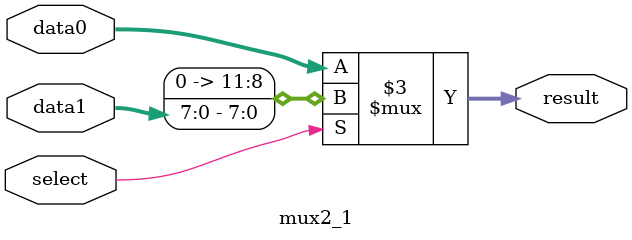
<source format=sv>
module mux2_1(
  input logic [11:0] data0,        // Entrada de 12 bits
  input logic [7:0] data1,         // Entrada de 8 bits
  input logic select,              // Señal de selección
  output logic [11:0] result       // Resultado de 12 bits
);

  always_comb begin
    if (select)
      result = {4'b0000, data1};   // Concatenar 4 ceros a los 8 bits de data1
    else
      result = data0;
  end

endmodule

</source>
